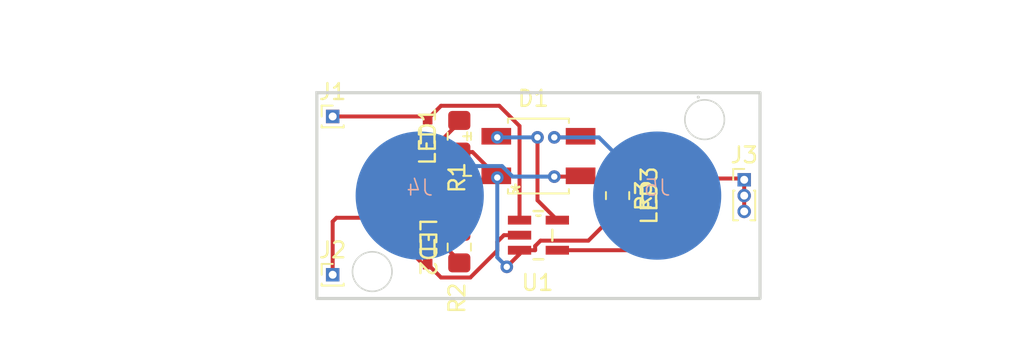
<source format=kicad_pcb>
(kicad_pcb (version 20221018) (generator pcbnew)
  (layers (0 "F.Cu" signal) (31 "B.Cu" signal) (34 "B.Paste" user) (35 "F.Paste" user) (36 "B.SilkS" user "B.Silkscreen") (37 "F.SilkS" user "F.Silkscreen") (38 "B.Mask" user) (39 "F.Mask" user) (44 "Edge.Cuts" user))
  (net 0 "")
  (net 1 "GND")
  (net 2 "VCC")
  (net 3 "Net-(LED1-Pad1)")
  (net 4 "Net-(LED2-Pad1)")
  (net 5 "Net-(LED3-Pad1)")
  (net 6 "Net-(J1-Pin_1)")
  (net 7 "Net-(J2-Pin_1)")
  (net 8 "Net-(J3-Pin_1)")
  (net 9 "Net-(J5-PWR)")
  (net 10 "Net-(J4-PWR)")
  (footprint "Resistor_SMD:R_0805_2012Metric_Pad1.20x1.40mm_HandSolder" (layer "F.Cu") (at 160 87.5 -90)
    (fp_text reference "R3" (at 0 -1.65 90) (layer "F.SilkS"))
    (fp_text value "4k")
    (fp_line (start -0.227064 -0.735) (end 0.227064 -0.735) (stroke (width 0.12)) (layer "F.SilkS"))
    (fp_line (start -0.227064 0.735) (end 0.227064 0.735) (stroke (width 0.12)) (layer "F.SilkS"))
    (pad "1" smd roundrect locked (at -1 0 270) (size 1.2 1.4) (layers "F.Cu" "F.Paste" "F.Mask") (roundrect_rratio 0.208333) (net 5 "Net-(LED3-Pad1)"))
    (pad "2" smd roundrect locked (at 1 0 270) (size 1.2 1.4) (layers "F.Cu" "F.Paste" "F.Mask") (roundrect_rratio 0.208333) (net 1 "GND"))
  )
  (footprint "DigitalLogicFootprints:LED_LTST-S220GKT_LTO" (layer "F.Cu") (at 148 83.75 90)
    (fp_text reference "LED1" (at 0 0 90 unlocked) (layer "F.SilkS"))
    (fp_text value "LTST-S220GKT")
    (fp_line (start -0.44175 0.4318) (end 0.44175 0.4318) (stroke (width 0.1524)) (layer "F.SilkS"))
    (fp_line (start 0.44175 -0.4318) (end -0.44175 -0.4318) (stroke (width 0.1524)) (layer "F.SilkS"))
    (pad "1" smd rect locked (at -1.0795 0 90) (size 0.6604 0.6096) (layers "F.Cu" "F.Paste" "F.Mask") (net 3 "Net-(LED1-Pad1)"))
    (pad "2" smd rect locked (at 1.0795 0 90) (size 0.6604 0.6096) (layers "F.Cu" "F.Paste" "F.Mask") (net 6 "Net-(J1-Pin_1)"))
  )
  (footprint "Resistor_SMD:R_0805_2012Metric_Pad1.20x1.40mm_HandSolder" (layer "F.Cu") (at 150 83.75 -90)
    (fp_text reference "R1" (at 2.61 0.14 90) (layer "F.SilkS"))
    (fp_text value "4k")
    (fp_line (start -0.227064 -0.735) (end 0.227064 -0.735) (stroke (width 0.12)) (layer "F.SilkS"))
    (fp_line (start -0.227064 0.735) (end 0.227064 0.735) (stroke (width 0.12)) (layer "F.SilkS"))
    (pad "1" smd roundrect (at -1 0 270) (size 1.2 1.4) (layers "F.Cu" "F.Paste" "F.Mask") (roundrect_rratio 0.208333) (net 3 "Net-(LED1-Pad1)"))
    (pad "2" smd roundrect (at 1 0 270) (size 1.2 1.4) (layers "F.Cu" "F.Paste" "F.Mask") (roundrect_rratio 0.208333) (net 1 "GND"))
  )
  (footprint "Resistor_SMD:R_0805_2012Metric_Pad1.20x1.40mm_HandSolder" (layer "F.Cu") (at 150 90.75 90)
    (fp_text reference "R2" (at -3.23 -0.14 90) (layer "F.SilkS"))
    (fp_text value "4k")
    (fp_line (start -0.227064 -0.735) (end 0.227064 -0.735) (stroke (width 0.12)) (layer "F.SilkS"))
    (fp_line (start -0.227064 0.735) (end 0.227064 0.735) (stroke (width 0.12)) (layer "F.SilkS"))
    (pad "1" smd roundrect (at -1 0 90) (size 1.2 1.4) (layers "F.Cu" "F.Paste" "F.Mask") (roundrect_rratio 0.208333) (net 4 "Net-(LED2-Pad1)"))
    (pad "2" smd roundrect (at 1 0 90) (size 1.2 1.4) (layers "F.Cu" "F.Paste" "F.Mask") (roundrect_rratio 0.208333) (net 1 "GND"))
  )
  (footprint "DigitalLogicFootprints:LED_LTST-S220GKT_LTO" (layer "F.Cu") (at 148 90.75 -90)
    (fp_text reference "LED2" (at 0 0 -90 unlocked) (layer "F.SilkS"))
    (fp_text value "LTST-S220GKT")
    (fp_line (start -0.44175 0.4318) (end 0.44175 0.4318) (stroke (width 0.1524)) (layer "F.SilkS"))
    (fp_line (start 0.44175 -0.4318) (end -0.44175 -0.4318) (stroke (width 0.1524)) (layer "F.SilkS"))
    (pad "1" smd rect locked (at -1.0795 0 270) (size 0.6604 0.6096) (layers "F.Cu" "F.Paste" "F.Mask") (net 4 "Net-(LED2-Pad1)"))
    (pad "2" smd rect locked (at 1.0795 0 270) (size 0.6604 0.6096) (layers "F.Cu" "F.Paste" "F.Mask") (net 7 "Net-(J2-Pin_1)"))
  )
  (footprint "DigitalLogicFootprints:DBV5" (layer "F.Cu") (at 155 90)
    (fp_text reference "U1" (at -0.06 3 unlocked) (layer "F.SilkS"))
    (fp_text value "SN74LVC1G32DBVR")
    (fp_text user "*" (at -1.4478 -2.6518 unlocked) (layer "F.SilkS"))
    (fp_text user "*" (at -1.4478 -2.6518) (layer "F.SilkS"))
    (fp_line (start -0.302516 1.524) (end 0.302516 1.524) (stroke (width 0.1524)) (layer "F.SilkS"))
    (fp_line (start 0.302516 -1.524) (end -0.302516 -1.524) (stroke (width 0.1524)) (layer "F.SilkS"))
    (fp_line (start 0.8763 0.337861) (end 0.8763 -0.337861) (stroke (width 0.1524)) (layer "F.SilkS"))
    (fp_arc (start 0.124872 -1.245953) (mid 0 -1.2192) (end -0.124872 -1.245953) (stroke (width 0.1524)) (layer "F.SilkS"))
    (pad "1" smd rect (at -1.1938 -0.950001) (size 1.4732 0.5588) (layers "F.Cu" "F.Paste" "F.Mask") (net 6 "Net-(J1-Pin_1)"))
    (pad "2" smd rect (at -1.1938 0) (size 1.4732 0.5588) (layers "F.Cu" "F.Paste" "F.Mask") (net 7 "Net-(J2-Pin_1)"))
    (pad "3" smd rect (at -1.1938 0.950001) (size 1.4732 0.5588) (layers "F.Cu" "F.Paste" "F.Mask") (net 1 "GND"))
    (pad "4" smd rect (at 1.1938 0.950001) (size 1.4732 0.5588) (layers "F.Cu" "F.Paste" "F.Mask") (net 8 "Net-(J3-Pin_1)"))
    (pad "5" smd rect (at 1.1938 -0.950001) (size 1.4732 0.5588) (layers "F.Cu" "F.Paste" "F.Mask") (net 2 "VCC"))
  )
  (footprint "Connector_PinHeader_1.00mm:PinHeader_1x01_P1.00mm_Vertical" (layer "F.Cu") (at 142 82.5)
    (fp_text reference "J1" (at 0 -1.56) (layer "F.SilkS"))
    (fp_text value "Conn_01x01_Socket")
    (fp_line (start -0.695 -0.685) (end 0 -0.685) (stroke (width 0.12)) (layer "F.SilkS"))
    (fp_line (start -0.695 0) (end -0.695 -0.685) (stroke (width 0.12)) (layer "F.SilkS"))
    (fp_line (start -0.695 0.685) (end -0.695 0.56) (stroke (width 0.12)) (layer "F.SilkS"))
    (fp_line (start -0.695 0.685) (end -0.608276 0.685) (stroke (width 0.12)) (layer "F.SilkS"))
    (fp_line (start -0.695 0.685) (end 0.695 0.685) (stroke (width 0.12)) (layer "F.SilkS"))
    (fp_line (start 0.608276 0.685) (end 0.695 0.685) (stroke (width 0.12)) (layer "F.SilkS"))
    (fp_line (start 0.695 0.685) (end 0.695 0.56) (stroke (width 0.12)) (layer "F.SilkS"))
    (pad "1" thru_hole rect locked (at 0 0) (size 0.85 0.85) (drill 0.5) (layers "*.Cu" "*.Mask") (net 6 "Net-(J1-Pin_1)"))
  )
  (footprint "DigitalLogicFootprints:LED_LTST-S220GKT_LTO" (layer "F.Cu") (at 162 87.5 90)
    (fp_text reference "LED3" (at 0 0 90 unlocked) (layer "F.SilkS"))
    (fp_text value "LTST-S220GKT")
    (fp_line (start -0.44175 0.4318) (end 0.44175 0.4318) (stroke (width 0.1524)) (layer "F.SilkS"))
    (fp_line (start 0.44175 -0.4318) (end -0.44175 -0.4318) (stroke (width 0.1524)) (layer "F.SilkS"))
    (pad "1" smd rect locked (at -1.0795 0 90) (size 0.6604 0.6096) (layers "F.Cu" "F.Paste" "F.Mask") (net 5 "Net-(LED3-Pad1)"))
    (pad "2" smd rect locked (at 1.0795 0 90) (size 0.6604 0.6096) (layers "F.Cu" "F.Paste" "F.Mask") (net 8 "Net-(J3-Pin_1)"))
  )
  (footprint "Connector_PinHeader_1.00mm:PinHeader_1x01_P1.00mm_Vertical" (layer "F.Cu") (at 142 92.5)
    (fp_text reference "J2" (at 0 -1.56) (layer "F.SilkS"))
    (fp_text value "Conn_01x01_Socket")
    (fp_line (start -0.695 -0.685) (end 0 -0.685) (stroke (width 0.12)) (layer "F.SilkS"))
    (fp_line (start -0.695 0) (end -0.695 -0.685) (stroke (width 0.12)) (layer "F.SilkS"))
    (fp_line (start -0.695 0.685) (end -0.695 0.56) (stroke (width 0.12)) (layer "F.SilkS"))
    (fp_line (start -0.695 0.685) (end -0.608276 0.685) (stroke (width 0.12)) (layer "F.SilkS"))
    (fp_line (start -0.695 0.685) (end 0.695 0.685) (stroke (width 0.12)) (layer "F.SilkS"))
    (fp_line (start 0.608276 0.685) (end 0.695 0.685) (stroke (width 0.12)) (layer "F.SilkS"))
    (fp_line (start 0.695 0.685) (end 0.695 0.56) (stroke (width 0.12)) (layer "F.SilkS"))
    (pad "1" thru_hole rect locked (at 0 0) (size 0.85 0.85) (drill 0.5) (layers "*.Cu" "*.Mask") (net 7 "Net-(J2-Pin_1)"))
  )
  (footprint "Connector_PinHeader_1.00mm:PinHeader_1x03_P1.00mm_Vertical" (layer "F.Cu") (at 168 86.5)
    (fp_text reference "J3" (at 0 -1.56) (layer "F.SilkS"))
    (fp_text value "Conn_01x03_Socket")
    (fp_line (start -0.695 -0.685) (end 0 -0.685) (stroke (width 0.12)) (layer "F.SilkS"))
    (fp_line (start -0.695 0) (end -0.695 -0.685) (stroke (width 0.12)) (layer "F.SilkS"))
    (fp_line (start -0.695 0.685) (end -0.695 2.56) (stroke (width 0.12)) (layer "F.SilkS"))
    (fp_line (start -0.695 0.685) (end -0.608276 0.685) (stroke (width 0.12)) (layer "F.SilkS"))
    (fp_line (start -0.695 2.56) (end -0.394493 2.56) (stroke (width 0.12)) (layer "F.SilkS"))
    (fp_line (start 0.394493 2.56) (end 0.695 2.56) (stroke (width 0.12)) (layer "F.SilkS"))
    (fp_line (start 0.608276 0.685) (end 0.695 0.685) (stroke (width 0.12)) (layer "F.SilkS"))
    (fp_line (start 0.695 0.685) (end 0.695 2.56) (stroke (width 0.12)) (layer "F.SilkS"))
    (pad "1" thru_hole rect locked (at 0 0) (size 0.85 0.85) (drill 0.5) (layers "*.Cu" "*.Mask") (net 8 "Net-(J3-Pin_1)"))
    (pad "2" thru_hole oval locked (at 0 1) (size 0.85 0.85) (drill 0.5) (layers "*.Cu" "*.Mask") (net 8 "Net-(J3-Pin_1)"))
    (pad "3" thru_hole oval locked (at 0 2) (size 0.85 0.85) (drill 0.5) (layers "*.Cu" "*.Mask") (net 8 "Net-(J3-Pin_1)"))
  )
  (footprint "DigitalLogicFootprints:DIOB_MB10F-13" (layer "F.Cu") (at 155 85)
    (fp_text reference "D1" (at -0.325 -3.635) (layer "F.SilkS"))
    (fp_text value "MB10F-13")
    (fp_line (start -4.75 -1.25) (end -4.25 -1.25) (stroke (width 0.127)) (layer "F.SilkS"))
    (fp_line (start -4.75 1.25) (end -4.25 1.25) (stroke (width 0.127)) (layer "F.SilkS"))
    (fp_line (start -4.5 -1.5) (end -4.5 -1) (stroke (width 0.127)) (layer "F.SilkS"))
    (fp_line (start -1.925 -2.3625) (end -1.925 -2.095) (stroke (width 0.127)) (layer "F.SilkS"))
    (fp_line (start -1.925 2.095) (end -1.925 2.3625) (stroke (width 0.127)) (layer "F.SilkS"))
    (fp_line (start -1.925 2.3625) (end 1.925 2.3625) (stroke (width 0.127)) (layer "F.SilkS"))
    (fp_line (start 1.925 -2.3625) (end -1.925 -2.3625) (stroke (width 0.127)) (layer "F.SilkS"))
    (fp_line (start 1.925 -2.095) (end 1.925 -2.3625) (stroke (width 0.127)) (layer "F.SilkS"))
    (fp_line (start 1.925 2.3625) (end 1.925 2.095) (stroke (width 0.127)) (layer "F.SilkS"))
    (pad "1" smd rect (at -2.6625 -1.25) (size 1.875 1.05) (layers "F.Cu" "F.Paste" "F.Mask") (net 2 "VCC"))
    (pad "2" smd rect (at 2.6625 -1.25 180) (size 1.875 1.05) (layers "F.Cu" "F.Paste" "F.Mask") (net 9 "Net-(J5-PWR)"))
    (pad "3" smd rect (at -2.6625 1.25) (size 1.875 1.05) (layers "F.Cu" "F.Paste" "F.Mask") (net 1 "GND"))
    (pad "4" smd rect (at 2.6625 1.25 180) (size 1.875 1.05) (layers "F.Cu" "F.Paste" "F.Mask") (net 10 "Net-(J4-PWR)"))
  )
  (footprint "DigitalLogicFootprints:8mm-snap" (layer "B.Cu") (at 147.5 87.5 180)
    (fp_text reference "J4" (at 0 0.5 unlocked) (layer "B.SilkS") (effects (font (thickness 0.1)) (justify mirror)))
    (fp_text value "~")
    (pad "1" smd circle locked (at 0 0 180) (size 8.1 8.1) (layers "B.Cu" "B.Paste" "B.Mask") (net 10 "Net-(J4-PWR)"))
  )
  (footprint "DigitalLogicFootprints:8mm-snap" (layer "B.Cu") (at 162.5 87.5 180)
    (fp_text reference "J5" (at 0 0.5 unlocked) (layer "B.SilkS") (effects (font (thickness 0.1)) (justify mirror)))
    (fp_text value "~")
    (pad "1" smd circle locked (at 0 0 180) (size 8.1 8.1) (layers "B.Cu" "B.Paste" "B.Mask") (net 9 "Net-(J5-PWR)"))
  )
  (gr_circle (center 165.1 81.28) (end 165.1 81.28) (stroke (width 0.1)) (fill none) (layer "Edge.Cuts"))
  (gr_rect locked (start 141 81) (end 169 94) (stroke (width 0.2)) (fill none) (layer "Edge.Cuts"))
  (gr_circle (center 165.5 82.7) (end 166.75 82.7) (stroke (width 0.1)) (fill none) (layer "Edge.Cuts"))
  (gr_circle (center 144.5 92.3) (end 145.75 92.3) (stroke (width 0.1)) (fill none) (layer "Edge.Cuts"))
  (segment (start 150 84.75) (end 150 89.75) (width 0.25) (layer "F.Cu") (net 1))
  (segment (start 152.4475 86.36) (end 150.8375 84.75) (width 0.25) (layer "F.Cu") (net 1))
  (segment (start 154.7928 90.950001) (end 154.7928 90.685001) (width 0.25) (layer "F.Cu") (net 1))
  (segment (start 153.8062 90.950001) (end 153.8062 91.1938) (width 0.25) (layer "F.Cu") (net 1))
  (segment (start 150.8375 84.75) (end 150 84.75) (width 0.25) (layer "F.Cu") (net 1))
  (segment (start 154.7928 90.685001) (end 155.1322 90.345601) (width 0.25) (layer "F.Cu") (net 1))
  (segment (start 153.8062 90.950001) (end 154.7928 90.950001) (width 0.25) (layer "F.Cu") (net 1))
  (segment (start 155.1322 90.345601) (end 158.154399 90.345601) (width 0.25) (layer "F.Cu") (net 1))
  (segment (start 153.8062 91.1938) (end 153 92) (width 0.25) (layer "F.Cu") (net 1))
  (segment (start 152.4 86.3125) (end 152.4 86.36) (width 0.25) (layer "F.Cu") (net 1))
  (segment (start 158.154399 90.345601) (end 160 88.5) (width 0.25) (layer "F.Cu") (net 1))
  (segment (start 152.3375 86.25) (end 152.4 86.3125) (width 0.25) (layer "F.Cu") (net 1))
  (segment (start 160 88.5) (end 160 88.370722) (width 0.25) (layer "F.Cu") (net 1))
  (segment (start 152.4 86.36) (end 152.4475 86.36) (width 0.25) (layer "F.Cu") (net 1))
  (via (at 153 92) (size 0.8) (drill 0.4) (layers "F.Cu" "B.Cu") (net 1))
  (via (at 152.4 86.36) (size 0.8) (drill 0.4) (layers "F.Cu" "B.Cu") (net 1))
  (segment (start 152.4 91.4) (end 153 92) (width 0.25) (layer "B.Cu") (net 1))
  (segment (start 152.4 86.36) (end 152.4 91.4) (width 0.25) (layer "B.Cu") (net 1))
  (segment (start 154.94 87.796199) (end 154.94 83.82) (width 0.25) (layer "F.Cu") (net 2))
  (segment (start 156.1938 89.049999) (end 154.94 87.796199) (width 0.25) (layer "F.Cu") (net 2))
  (via (at 154.94 83.82) (size 0.8) (drill 0.4) (layers "F.Cu" "B.Cu") (net 2))
  (via (at 152.4 83.82) (size 0.8) (drill 0.4) (layers "F.Cu" "B.Cu") (net 2))
  (segment (start 154.94 83.82) (end 152.4 83.82) (width 0.25) (layer "B.Cu") (net 2))
  (segment (start 148.049778 84.8295) (end 150 82.879278) (width 0.25) (layer "F.Cu") (net 3))
  (segment (start 150 82.879278) (end 150 82.75) (width 0.25) (layer "F.Cu") (net 3))
  (segment (start 148 84.8295) (end 148.049778 84.8295) (width 0.25) (layer "F.Cu") (net 3))
  (segment (start 148.049778 89.6705) (end 148 89.6705) (width 0.25) (layer "F.Cu") (net 4))
  (segment (start 150 91.75) (end 150 91.620722) (width 0.25) (layer "F.Cu") (net 4))
  (segment (start 150 91.620722) (end 148.049778 89.6705) (width 0.25) (layer "F.Cu") (net 4))
  (segment (start 161.950222 88.5795) (end 162 88.5795) (width 0.25) (layer "F.Cu") (net 5))
  (segment (start 160 86.5) (end 160 86.629278) (width 0.25) (layer "F.Cu") (net 5))
  (segment (start 160 86.629278) (end 161.950222 88.5795) (width 0.25) (layer "F.Cu") (net 5))
  (segment (start 153.8062 83.1062) (end 153.8062 89.049999) (width 0.25) (layer "F.Cu") (net 6))
  (segment (start 148.8455 81.825) (end 152.525 81.825) (width 0.25) (layer "F.Cu") (net 6))
  (segment (start 147.8295 82.5) (end 148 82.6705) (width 0.25) (layer "F.Cu") (net 6))
  (segment (start 152.525 81.825) (end 153.8062 83.1062) (width 0.25) (layer "F.Cu") (net 6))
  (segment (start 142 82.5) (end 147.8295 82.5) (width 0.25) (layer "F.Cu") (net 6))
  (segment (start 148 82.6705) (end 148.8455 81.825) (width 0.25) (layer "F.Cu") (net 6))
  (segment (start 147.7095 91.8295) (end 148 91.8295) (width 0.25) (layer "F.Cu") (net 7))
  (segment (start 147.7095 91.8295) (end 144.78 88.9) (width 0.25) (layer "F.Cu") (net 7))
  (segment (start 152.4 90.4196) (end 152.4 90.9701) (width 0.25) (layer "F.Cu") (net 7))
  (segment (start 152.4 90.9701) (end 150.6951 92.675) (width 0.25) (layer "F.Cu") (net 7))
  (segment (start 142 89.14) (end 142 92.5) (width 0.25) (layer "F.Cu") (net 7))
  (segment (start 153.8062 90) (end 152.8196 90) (width 0.25) (layer "F.Cu") (net 7))
  (segment (start 152.8196 90) (end 152.4 90.4196) (width 0.25) (layer "F.Cu") (net 7))
  (segment (start 148.8455 92.675) (end 148 91.8295) (width 0.25) (layer "F.Cu") (net 7))
  (segment (start 150.6951 92.675) (end 148.8455 92.675) (width 0.25) (layer "F.Cu") (net 7))
  (segment (start 142.24 88.9) (end 142 89.14) (width 0.25) (layer "F.Cu") (net 7))
  (segment (start 144.78 88.9) (end 142.24 88.9) (width 0.25) (layer "F.Cu") (net 7))
  (segment (start 160.914499 90.950001) (end 156.1938 90.950001) (width 0.25) (layer "F.Cu") (net 8))
  (segment (start 162.6298 86.4955) (end 162.6298 89.2347) (width 0.25) (layer "F.Cu") (net 8))
  (segment (start 162 86.4205) (end 162.5548 86.4205) (width 0.25) (layer "F.Cu") (net 8))
  (segment (start 162.0795 86.5) (end 162 86.4205) (width 0.25) (layer "F.Cu") (net 8))
  (segment (start 167.9205 86.4205) (end 168 86.5) (width 0.25) (layer "F.Cu") (net 8))
  (segment (start 168 88.5) (end 168 87.5) (width 0.25) (layer "F.Cu") (net 8))
  (segment (start 168 87.5) (end 168 86.5) (width 0.25) (layer "F.Cu") (net 8))
  (segment (start 162.5548 86.4205) (end 162.6298 86.4955) (width 0.25) (layer "F.Cu") (net 8))
  (segment (start 162 86.4205) (end 167.9205 86.4205) (width 0.25) (layer "F.Cu") (net 8))
  (segment (start 162.6298 89.2347) (end 160.914499 90.950001) (width 0.25) (layer "F.Cu") (net 8))
  (segment (start 167.9205 88.5795) (end 168 88.5) (width 0.25) (layer "F.Cu") (net 8))
  (segment (start 161.950222 86.4205) (end 162 86.4205) (width 0.25) (layer "F.Cu") (net 8))
  (segment (start 156 83.82) (end 157.5925 83.82) (width 0.25) (layer "F.Cu") (net 9))
  (segment (start 157.5925 83.82) (end 157.6625 83.75) (width 0.25) (layer "F.Cu") (net 9))
  (via (at 156 83.82) (size 0.8) (drill 0.4) (layers "F.Cu" "B.Cu") (net 9))
  (segment (start 158.82 83.82) (end 162.5 87.5) (width 0.25) (layer "B.Cu") (net 9))
  (segment (start 156 83.82) (end 158.82 83.82) (width 0.25) (layer "B.Cu") (net 9))
  (segment (start 157.6125 86.3) (end 157.6625 86.25) (width 0.25) (layer "F.Cu") (net 10))
  (segment (start 156 86.3) (end 157.6125 86.3) (width 0.25) (layer "F.Cu") (net 10))
  (via (at 156 86.3) (size 0.8) (drill 0.4) (layers "F.Cu" "B.Cu") (net 10))
  (segment (start 156 86.3) (end 155.94 86.36) (width 0.25) (layer "B.Cu") (net 10))
  (segment (start 149.365 85.635) (end 147.5 87.5) (width 0.25) (layer "B.Cu") (net 10))
  (segment (start 152.700305 85.635) (end 149.365 85.635) (width 0.25) (layer "B.Cu") (net 10))
  (segment (start 153.365305 86.3) (end 152.700305 85.635) (width 0.25) (layer "B.Cu") (net 10))
  (segment (start 156 86.3) (end 153.365305 86.3) (width 0.25) (layer "B.Cu") (net 10))
)
</source>
